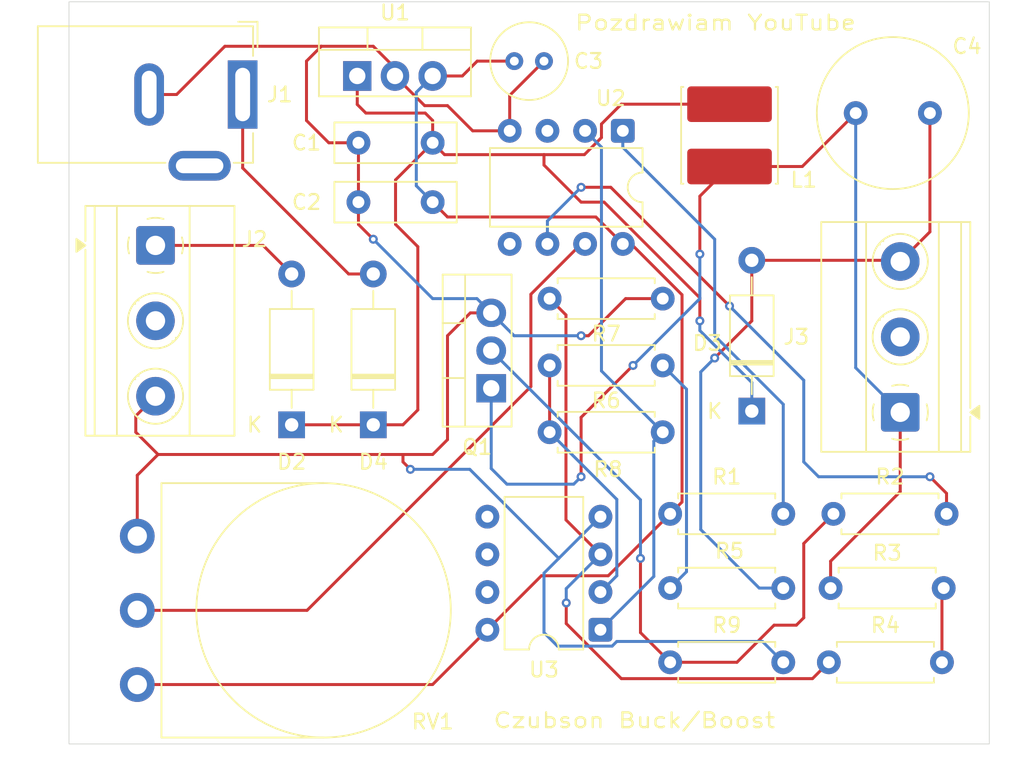
<source format=kicad_pcb>
(kicad_pcb (version 20241229) (generator "pcbnew") (generator_version "9.0")
  (layers (0 "F.Cu" signal) (2 "B.Cu" signal) (13 "F.Paste" user) (15 "B.Paste" user) (5 "F.SilkS" user "F.Silkscreen") (7 "B.SilkS" user "B.Silkscreen") (1 "F.Mask" user) (3 "B.Mask" user) (25 "Edge.Cuts" user))
  (net 0 "")
  (net 1 "12V")
  (net 2 "GND")
  (net 3 "+5V")
  (net 4 "Net-(D3-A)")
  (net 5 "Net-(J3-Pin_1)")
  (net 6 "+12V")
  (net 7 "Net-(D4-A)")
  (net 10 "Net-(Q1-G)")
  (net 11 "Net-(U2-~{RESET}{slash}PB5)")
  (net 12 "Net-(U2-PB1)")
  (net 13 "Net-(R3-Pad2)")
  (net 14 "Net-(U3-VINA+)")
  (net 15 "Net-(R5-Pad2)")
  (net 16 "Net-(U3-VINA-)")
  (net 17 "Net-(U2-XTAL1{slash}PB3)")
  (net 18 "Net-(U2-PB2)")
  (footprint "Diode_THT:D_A-405_P10.16mm_Horizontal" (layer "F.Cu") (at 108 89 90)
    (property "Reference" "D4" (at -2.5 0 180) (layer "F.SilkS"))
    (property "Value" "D")
    (fp_line (start 7.8 -1.47) (end 2.36 -1.47) (stroke (width 0.12)) (layer "F.SilkS"))
    (fp_line (start 3.38 -1.47) (end 3.38 1.47) (stroke (width 0.12)) (layer "F.SilkS"))
    (fp_line (start 3.26 -1.47) (end 3.26 1.47) (stroke (width 0.12)) (layer "F.SilkS"))
    (fp_line (start 3.14 -1.47) (end 3.14 1.47) (stroke (width 0.12)) (layer "F.SilkS"))
    (fp_line (start 2.36 -1.47) (end 2.36 1.47) (stroke (width 0.12)) (layer "F.SilkS"))
    (fp_line (start 9.02 0) (end 7.8 0) (stroke (width 0.12)) (layer "F.SilkS"))
    (fp_line (start 1.14 0) (end 2.36 0) (stroke (width 0.12)) (layer "F.SilkS"))
    (fp_line (start 7.8 1.47) (end 7.8 -1.47) (stroke (width 0.12)) (layer "F.SilkS"))
    (fp_line (start 2.36 1.47) (end 7.8 1.47) (stroke (width 0.12)) (layer "F.SilkS"))
    (fp_text user "K" (at 0 -2.5 180) (layer "F.SilkS"))
    (pad "1" thru_hole rect (at 0 0 90) (size 1.8 1.8) (drill 0.9) (layers "*.Cu" "*.Mask") (net 1 "12V"))
    (pad "2" thru_hole oval (at 10.16 0 90) (size 1.8 1.8) (drill 0.9) (layers "*.Cu" "*.Mask") (net 7 "Net-(D4-A)"))
  )
  (footprint "Diode_THT:D_A-405_P10.16mm_Horizontal" (layer "F.Cu") (at 133.5 88.08 90)
    (property "Reference" "D3" (at 4.58 -3 180) (layer "F.SilkS"))
    (property "Value" "D_Schottky")
    (fp_line (start 7.8 -1.47) (end 2.36 -1.47) (stroke (width 0.12)) (layer "F.SilkS"))
    (fp_line (start 3.38 -1.47) (end 3.38 1.47) (stroke (width 0.12)) (layer "F.SilkS"))
    (fp_line (start 3.26 -1.47) (end 3.26 1.47) (stroke (width 0.12)) (layer "F.SilkS"))
    (fp_line (start 3.14 -1.47) (end 3.14 1.47) (stroke (width 0.12)) (layer "F.SilkS"))
    (fp_line (start 2.36 -1.47) (end 2.36 1.47) (stroke (width 0.12)) (layer "F.SilkS"))
    (fp_line (start 9.02 0) (end 7.8 0) (stroke (width 0.12)) (layer "F.SilkS"))
    (fp_line (start 1.14 0) (end 2.36 0) (stroke (width 0.12)) (layer "F.SilkS"))
    (fp_line (start 7.8 1.47) (end 7.8 -1.47) (stroke (width 0.12)) (layer "F.SilkS"))
    (fp_line (start 2.36 1.47) (end 7.8 1.47) (stroke (width 0.12)) (layer "F.SilkS"))
    (fp_text user "K" (at 0 -2.5 180) (layer "F.SilkS"))
    (pad "1" thru_hole rect (at 0 0 90) (size 1.8 1.8) (drill 0.9) (layers "*.Cu" "*.Mask") (net 1 "12V"))
    (pad "2" thru_hole oval (at 10.16 0 90) (size 1.8 1.8) (drill 0.9) (layers "*.Cu" "*.Mask") (net 4 "Net-(D3-A)"))
  )
  (footprint "Inductor_SMD:L_Cenker_CKCS6045" (layer "F.Cu") (at 132 69.5 -90)
    (property "Reference" "L1" (at 3 -5 180) (layer "F.SilkS"))
    (property "Value" "33uH")
    (fp_line (start -3.26 3.26) (end 3.26 3.26) (stroke (width 0.12)) (layer "F.SilkS"))
    (fp_line (start -3.26 3.26) (end -3.26 3.11) (stroke (width 0.12)) (layer "F.SilkS"))
    (fp_line (start 3.26 3.26) (end 3.26 3.11) (stroke (width 0.12)) (layer "F.SilkS"))
    (fp_line (start -3.26 -3.26) (end -3.26 -3.11) (stroke (width 0.12)) (layer "F.SilkS"))
    (fp_line (start -3.26 -3.26) (end 3.26 -3.26) (stroke (width 0.12)) (layer "F.SilkS"))
    (fp_line (start 3.26 -3.26) (end 3.26 -3.11) (stroke (width 0.12)) (layer "F.SilkS"))
    (pad "1" smd roundrect (at -2.1 0 270) (size 2.4 5.7) (layers "F.Cu" "F.Mask" "F.Paste") (roundrect_rratio 0.104167) (net 1 "12V"))
    (pad "2" smd roundrect (at 2.1 0 270) (size 2.4 5.7) (layers "F.Cu" "F.Mask" "F.Paste") (roundrect_rratio 0.104167) (net 5 "Net-(J3-Pin_1)"))
  )
  (footprint "Capacitor_THT:C_Disc_D8.0mm_W2.5mm_P5.00mm" (layer "F.Cu") (at 112 74 180)
    (property "Reference" "C2" (at 8.5 0 0) (layer "F.SilkS"))
    (property "Value" "100n")
    (fp_line (start 6.62 -1.37) (end 6.62 1.37) (stroke (width 0.12)) (layer "F.SilkS"))
    (fp_line (start -1.62 1.37) (end 6.62 1.37) (stroke (width 0.12)) (layer "F.SilkS"))
    (fp_line (start -1.62 -1.37) (end 6.62 -1.37) (stroke (width 0.12)) (layer "F.SilkS"))
    (fp_line (start -1.62 -1.37) (end -1.62 1.37) (stroke (width 0.12)) (layer "F.SilkS"))
    (pad "1" thru_hole circle (at 0 0 180) (size 1.6 1.6) (drill 0.8) (layers "*.Cu" "*.Mask") (net 3 "+5V"))
    (pad "2" thru_hole circle (at 5 0 180) (size 1.6 1.6) (drill 0.8) (layers "*.Cu" "*.Mask") (net 2 "GND"))
  )
  (footprint "Resistor_THT:R_Axial_DIN0207_L6.3mm_D2.5mm_P7.62mm_Horizontal" (layer "F.Cu") (at 135.62 105 180)
    (property "Reference" "R9" (at 3.81 2.5 0) (layer "F.SilkS"))
    (property "Value" "10k" (hide yes))
    (fp_line (start 7.08 1.37) (end 7.08 1.04) (stroke (width 0.12)) (layer "F.SilkS"))
    (fp_line (start 7.08 -1.37) (end 7.08 -1.04) (stroke (width 0.12)) (layer "F.SilkS"))
    (fp_line (start 0.54 1.37) (end 7.08 1.37) (stroke (width 0.12)) (layer "F.SilkS"))
    (fp_line (start 0.54 1.04) (end 0.54 1.37) (stroke (width 0.12)) (layer "F.SilkS"))
    (fp_line (start 0.54 -1.04) (end 0.54 -1.37) (stroke (width 0.12)) (layer "F.SilkS"))
    (fp_line (start 0.54 -1.37) (end 7.08 -1.37) (stroke (width 0.12)) (layer "F.SilkS"))
    (pad "1" thru_hole circle (at 0 0 180) (size 1.6 1.6) (drill 0.8) (layers "*.Cu" "*.Mask") (net 2 "GND"))
    (pad "2" thru_hole oval (at 7.62 0 180) (size 1.6 1.6) (drill 0.8) (layers "*.Cu" "*.Mask") (net 10 "Net-(Q1-G)"))
  )
  (footprint "Potentiometer_THT:Potentiometer_Omeg_PC16BU_Vertical" (layer "F.Cu") (at 92.1 106.5)
    (property "Reference" "RV1" (at 19.9 2.5 0) (layer "F.SilkS"))
    (property "Value" "100k")
    (fp_line (start 1.63 -13.57) (end 1.63 3.57) (stroke (width 0.12)) (layer "F.SilkS"))
    (fp_line (start 1.63 -13.57) (end 12.55 -13.57) (stroke (width 0.12)) (layer "F.SilkS"))
    (fp_line (start 1.63 3.57) (end 12.55 3.57) (stroke (width 0.12)) (layer "F.SilkS"))
    (fp_circle (center 12.55 -5) (end 21.12 -5) (stroke (width 0.12)) (fill no) (layer "F.SilkS"))
    (pad "1" thru_hole circle (at 0 0) (size 2.34 2.34) (drill 1.3) (layers "*.Cu" "*.Mask") (net 3 "+5V"))
    (pad "2" thru_hole circle (at 0 -5) (size 2.34 2.34) (drill 1.3) (layers "*.Cu" "*.Mask") (net 18 "Net-(U2-PB2)"))
    (pad "3" thru_hole circle (at 0 -10) (size 2.34 2.34) (drill 1.3) (layers "*.Cu" "*.Mask") (net 2 "GND"))
  )
  (footprint "Resistor_THT:R_Axial_DIN0207_L6.3mm_D2.5mm_P7.62mm_Horizontal" (layer "F.Cu") (at 138.81 100)
    (property "Reference" "R3" (at 3.81 -2.37 0) (layer "F.SilkS"))
    (property "Value" "10k")
    (fp_line (start 0.54 -1.37) (end 7.08 -1.37) (stroke (width 0.12)) (layer "F.SilkS"))
    (fp_line (start 0.54 -1.04) (end 0.54 -1.37) (stroke (width 0.12)) (layer "F.SilkS"))
    (fp_line (start 0.54 1.04) (end 0.54 1.37) (stroke (width 0.12)) (layer "F.SilkS"))
    (fp_line (start 0.54 1.37) (end 7.08 1.37) (stroke (width 0.12)) (layer "F.SilkS"))
    (fp_line (start 7.08 -1.37) (end 7.08 -1.04) (stroke (width 0.12)) (layer "F.SilkS"))
    (fp_line (start 7.08 1.37) (end 7.08 1.04) (stroke (width 0.12)) (layer "F.SilkS"))
    (pad "1" thru_hole circle (at 0 0) (size 1.6 1.6) (drill 0.8) (layers "*.Cu" "*.Mask") (net 5 "Net-(J3-Pin_1)"))
    (pad "2" thru_hole oval (at 7.62 0) (size 1.6 1.6) (drill 0.8) (layers "*.Cu" "*.Mask") (net 13 "Net-(R3-Pad2)"))
  )
  (footprint "Resistor_THT:R_Axial_DIN0207_L6.3mm_D2.5mm_P7.62mm_Horizontal" (layer "F.Cu") (at 135.62 95 180)
    (property "Reference" "R1" (at 3.81 2.5 0) (layer "F.SilkS"))
    (property "Value" "10k")
    (fp_line (start 7.08 1.37) (end 7.08 1.04) (stroke (width 0.12)) (layer "F.SilkS"))
    (fp_line (start 7.08 -1.37) (end 7.08 -1.04) (stroke (width 0.12)) (layer "F.SilkS"))
    (fp_line (start 0.54 1.37) (end 7.08 1.37) (stroke (width 0.12)) (layer "F.SilkS"))
    (fp_line (start 0.54 1.04) (end 0.54 1.37) (stroke (width 0.12)) (layer "F.SilkS"))
    (fp_line (start 0.54 -1.04) (end 0.54 -1.37) (stroke (width 0.12)) (layer "F.SilkS"))
    (fp_line (start 0.54 -1.37) (end 7.08 -1.37) (stroke (width 0.12)) (layer "F.SilkS"))
    (pad "1" thru_hole circle (at 0 0 180) (size 1.6 1.6) (drill 0.8) (layers "*.Cu" "*.Mask") (net 11 "Net-(U2-~{RESET}{slash}PB5)"))
    (pad "2" thru_hole oval (at 7.62 0 180) (size 1.6 1.6) (drill 0.8) (layers "*.Cu" "*.Mask") (net 3 "+5V"))
  )
  (footprint "TerminalBlock_Phoenix:TerminalBlock_Phoenix_MKDS-1,5-3-5.08_1x03_P5.08mm_Horizontal" (layer "F.Cu") (at 143.5 88.16 90)
    (property "Reference" "J3" (at 5.08 -7 180) (layer "F.SilkS"))
    (property "Value" "Screw_Terminal_01x03")
    (fp_line (start 12.82 -5.32) (end 12.82 4.72) (stroke (width 0.12)) (layer "F.SilkS"))
    (fp_line (start -2.66 -5.32) (end 12.82 -5.32) (stroke (width 0.12)) (layer "F.SilkS"))
    (fp_line (start -2.66 -5.32) (end -2.66 4.72) (stroke (width 0.12)) (layer "F.SilkS"))
    (fp_line (start -2.66 -2.3) (end 12.82 -2.3) (stroke (width 0.12)) (layer "F.SilkS"))
    (fp_line (start 11.344 -1.411) (end 11.3 -1.367) (stroke (width 0.12)) (layer "F.SilkS"))
    (fp_line (start 6.264 -1.411) (end 6.22 -1.367) (stroke (width 0.12)) (layer "F.SilkS"))
    (fp_line (start 11.571 -1.184) (end 11.527 -1.14) (stroke (width 0.12)) (layer "F.SilkS"))
    (fp_line (start 6.491 -1.184) (end 6.447 -1.14) (stroke (width 0.12)) (layer "F.SilkS"))
    (fp_line (start 8.793 1.14) (end 8.749 1.183) (stroke (width 0.12)) (layer "F.SilkS"))
    (fp_line (start 3.713 1.14) (end 3.669 1.183) (stroke (width 0.12)) (layer "F.SilkS"))
    (fp_line (start 9.02 1.367) (end 8.976 1.41) (stroke (width 0.12)) (layer "F.SilkS"))
    (fp_line (start 3.94 1.367) (end 3.896 1.41) (stroke (width 0.12)) (layer "F.SilkS"))
    (fp_line (start -2.66 2.6) (end 12.82 2.6) (stroke (width 0.12)) (layer "F.SilkS"))
    (fp_line (start -2.66 4.1) (end 12.82 4.1) (stroke (width 0.12)) (layer "F.SilkS"))
    (fp_line (start 0.3 4.72) (end 12.82 4.72) (stroke (width 0.12)) (layer "F.SilkS"))
    (fp_line (start -2.66 4.72) (end -0.3 4.72) (stroke (width 0.12)) (layer "F.SilkS"))
    (fp_arc (start -0.54 -1.78) (mid -0.000355 -1.860107) (end 0.539321 -1.780206) (stroke (width 0.12)) (layer "F.SilkS"))
    (fp_arc (start 1.78 -0.54) (mid 1.860107 -0.000355) (end 1.780206 0.539321) (stroke (width 0.12)) (layer "F.SilkS"))
    (fp_arc (start -1.78 0.54) (mid -1.860107 0.000355) (end -1.780206 -0.539321) (stroke (width 0.12)) (layer "F.SilkS"))
    (fp_arc (start 0.54 1.78) (mid 0.000355 1.860107) (end -0.539321 1.780206) (stroke (width 0.12)) (layer "F.SilkS"))
    (fp_circle (center 10.16 0) (end 12.02 0) (stroke (width 0.12)) (fill no) (layer "F.SilkS"))
    (fp_circle (center 5.08 0) (end 6.94 0) (stroke (width 0.12)) (fill no) (layer "F.SilkS"))
    (fp_poly (pts (xy 0 4.72) (xy 0.44 5.33) (xy -0.44 5.33) (xy 0 4.72)) (stroke (width 0.12)) (fill yes) (layer "F.SilkS"))
    (pad "1" thru_hole roundrect (at 0 0 90) (size 2.6 2.6) (drill 1.3) (layers "*.Cu" "*.Mask") (roundrect_rratio 0.096154) (net 5 "Net-(J3-Pin_1)"))
    (pad "2" thru_hole circle (at 5.08 0 90) (size 2.6 2.6) (drill 1.3) (layers "*.Cu" "*.Mask"))
    (pad "3" thru_hole circle (at 10.16 0 90) (size 2.6 2.6) (drill 1.3) (layers "*.Cu" "*.Mask") (net 4 "Net-(D3-A)"))
  )
  (footprint "Diode_THT:D_A-405_P10.16mm_Horizontal" (layer "F.Cu") (at 102.5 89 90)
    (property "Reference" "D2" (at -2.5 0 180) (layer "F.SilkS"))
    (property "Value" "D" (hide yes))
    (fp_line (start 7.8 -1.47) (end 2.36 -1.47) (stroke (width 0.12)) (layer "F.SilkS"))
    (fp_line (start 3.38 -1.47) (end 3.38 1.47) (stroke (width 0.12)) (layer "F.SilkS"))
    (fp_line (start 3.26 -1.47) (end 3.26 1.47) (stroke (width 0.12)) (layer "F.SilkS"))
    (fp_line (start 3.14 -1.47) (end 3.14 1.47) (stroke (width 0.12)) (layer "F.SilkS"))
    (fp_line (start 2.36 -1.47) (end 2.36 1.47) (stroke (width 0.12)) (layer "F.SilkS"))
    (fp_line (start 9.02 0) (end 7.8 0) (stroke (width 0.12)) (layer "F.SilkS"))
    (fp_line (start 1.14 0) (end 2.36 0) (stroke (width 0.12)) (layer "F.SilkS"))
    (fp_line (start 7.8 1.47) (end 7.8 -1.47) (stroke (width 0.12)) (layer "F.SilkS"))
    (fp_line (start 2.36 1.47) (end 7.8 1.47) (stroke (width 0.12)) (layer "F.SilkS"))
    (fp_text user "K" (at 0 -2.5 180) (layer "F.SilkS"))
    (pad "1" thru_hole rect (at 0 0 90) (size 1.8 1.8) (drill 0.9) (layers "*.Cu" "*.Mask") (net 1 "12V"))
    (pad "2" thru_hole oval (at 10.16 0 90) (size 1.8 1.8) (drill 0.9) (layers "*.Cu" "*.Mask") (net 6 "+12V"))
  )
  (footprint "Package_TO_SOT_THT:TO-220-3_Vertical" (layer "F.Cu") (at 106.92 65.5)
    (property "Reference" "U1" (at 2.54 -4.27 0) (layer "F.SilkS"))
    (property "Value" "L7805")
    (fp_line (start -2.58 -3.27) (end -2.58 1.371) (stroke (width 0.12)) (layer "F.SilkS"))
    (fp_line (start -2.58 -3.27) (end 7.66 -3.27) (stroke (width 0.12)) (layer "F.SilkS"))
    (fp_line (start -2.58 -1.76) (end 7.66 -1.76) (stroke (width 0.12)) (layer "F.SilkS"))
    (fp_line (start -2.58 1.371) (end 7.66 1.371) (stroke (width 0.12)) (layer "F.SilkS"))
    (fp_line (start 0.69 -3.27) (end 0.69 -1.76) (stroke (width 0.12)) (layer "F.SilkS"))
    (fp_line (start 4.391 -3.27) (end 4.391 -1.76) (stroke (width 0.12)) (layer "F.SilkS"))
    (fp_line (start 7.66 -3.27) (end 7.66 1.371) (stroke (width 0.12)) (layer "F.SilkS"))
    (pad "1" thru_hole rect (at 0 0) (size 1.905 2) (drill 1.1) (layers "*.Cu" "*.Mask") (net 1 "12V"))
    (pad "2" thru_hole oval (at 2.54 0) (size 1.905 2) (drill 1.1) (layers "*.Cu" "*.Mask") (net 2 "GND"))
    (pad "3" thru_hole oval (at 5.08 0) (size 1.905 2) (drill 1.1) (layers "*.Cu" "*.Mask") (net 3 "+5V"))
  )
  (footprint "Capacitor_THT:C_Radial_D5.0mm_H7.0mm_P2.00mm" (layer "F.Cu") (at 117.5 64.5)
    (property "Reference" "C3" (at 5 0 180) (layer "F.SilkS"))
    (property "Value" "100u")
    (fp_circle (center 1 0) (end 3.62 0) (stroke (width 0.12)) (fill no) (layer "F.SilkS"))
    (pad "1" thru_hole circle (at 0 0) (size 1.2 1.2) (drill 0.6) (layers "*.Cu" "*.Mask") (net 3 "+5V"))
    (pad "2" thru_hole circle (at 2 0) (size 1.2 1.2) (drill 0.6) (layers "*.Cu" "*.Mask") (net 2 "GND"))
  )
  (footprint "Package_DIP:DIP-8_W7.62mm" (layer "F.Cu") (at 123.305 102.81 180)
    (property "Reference" "U3" (at 3.805 -2.69 0) (layer "F.SilkS"))
    (property "Value" "MCP602-I_P")
    (fp_line (start 6.46 8.95) (end 6.46 -1.33) (stroke (width 0.12)) (layer "F.SilkS"))
    (fp_line (start 6.46 -1.33) (end 4.81 -1.33) (stroke (width 0.12)) (layer "F.SilkS"))
    (fp_line (start 2.81 -1.33) (end 1.16 -1.33) (stroke (width 0.12)) (layer "F.SilkS"))
    (fp_line (start 1.16 8.95) (end 6.46 8.95) (stroke (width 0.12)) (layer "F.SilkS"))
    (fp_line (start 1.16 -1.33) (end 1.16 8.95) (stroke (width 0.12)) (layer "F.SilkS"))
    (fp_arc (start 4.81 -1.33) (mid 3.81 -0.33) (end 2.81 -1.33) (stroke (width 0.12)) (layer "F.SilkS"))
    (pad "1" thru_hole roundrect (at 0 0 180) (size 1.6 1.6) (drill 0.8) (layers "*.Cu" "*.Mask") (roundrect_rratio 0.15625) (net 17 "Net-(U2-XTAL1{slash}PB3)"))
    (pad "2" thru_hole circle (at 0 2.54 180) (size 1.6 1.6) (drill 0.8) (layers "*.Cu" "*.Mask") (net 16 "Net-(U3-VINA-)"))
    (pad "3" thru_hole circle (at 0 5.08 180) (size 1.6 1.6) (drill 0.8) (layers "*.Cu" "*.Mask") (net 14 "Net-(U3-VINA+)"))
    (pad "4" thru_hole circle (at 0 7.62 180) (size 1.6 1.6) (drill 0.8) (layers "*.Cu" "*.Mask") (net 2 "GND"))
    (pad "5" thru_hole circle (at 7.62 7.62 180) (size 1.6 1.6) (drill 0.8) (layers "*.Cu" "*.Mask"))
    (pad "6" thru_hole circle (at 7.62 5.08 180) (size 1.6 1.6) (drill 0.8) (layers "*.Cu" "*.Mask"))
    (pad "7" thru_hole circle (at 7.62 2.54 180) (size 1.6 1.6) (drill 0.8) (layers "*.Cu" "*.Mask"))
    (pad "8" thru_hole circle (at 7.62 0 180) (size 1.6 1.6) (drill 0.8) (layers "*.Cu" "*.Mask") (net 3 "+5V"))
  )
  (footprint "Package_TO_SOT_THT:TO-220-3_Vertical" (layer "F.Cu") (at 115.945 86.54 90)
    (property "Reference" "Q1" (at -3.96 -0.945 180) (layer "F.SilkS"))
    (property "Value" "NMOS")
    (fp_line (start 7.66 -3.27) (end 7.66 1.371) (stroke (width 0.12)) (layer "F.SilkS"))
    (fp_line (start 4.391 -3.27) (end 4.391 -1.76) (stroke (width 0.12)) (layer "F.SilkS"))
    (fp_line (start 0.69 -3.27) (end 0.69 -1.76) (stroke (width 0.12)) (layer "F.SilkS"))
    (fp_line (start -2.58 -3.27) (end 7.66 -3.27) (stroke (width 0.12)) (layer "F.SilkS"))
    (fp_line (start -2.58 -3.27) (end -2.58 1.371) (stroke (width 0.12)) (layer "F.SilkS"))
    (fp_line (start -2.58 -1.76) (end 7.66 -1.76) (stroke (width 0.12)) (layer "F.SilkS"))
    (fp_line (start -2.58 1.371) (end 7.66 1.371) (stroke (width 0.12)) (layer "F.SilkS"))
    (pad "1" thru_hole rect (at 0 0 90) (size 1.905 2) (drill 1.1) (layers "*.Cu" "*.Mask") (net 5 "Net-(J3-Pin_1)"))
    (pad "2" thru_hole oval (at 2.54 0 90) (size 1.905 2) (drill 1.1) (layers "*.Cu" "*.Mask") (net 10 "Net-(Q1-G)"))
    (pad "3" thru_hole oval (at 5.08 0 90) (size 1.905 2) (drill 1.1) (layers "*.Cu" "*.Mask") (net 2 "GND"))
  )
  (footprint "Capacitor_THT:C_Disc_D8.0mm_W2.5mm_P5.00mm" (layer "F.Cu") (at 112 70 180)
    (property "Reference" "C1" (at 8.5 0 0) (layer "F.SilkS"))
    (property "Value" "100n")
    (fp_line (start 6.62 -1.37) (end 6.62 1.37) (stroke (width 0.12)) (layer "F.SilkS"))
    (fp_line (start -1.62 1.37) (end 6.62 1.37) (stroke (width 0.12)) (layer "F.SilkS"))
    (fp_line (start -1.62 -1.37) (end 6.62 -1.37) (stroke (width 0.12)) (layer "F.SilkS"))
    (fp_line (start -1.62 -1.37) (end -1.62 1.37) (stroke (width 0.12)) (layer "F.SilkS"))
    (pad "1" thru_hole circle (at 0 0 180) (size 1.6 1.6) (drill 0.8) (layers "*.Cu" "*.Mask") (net 1 "12V"))
    (pad "2" thru_hole circle (at 5 0 180) (size 1.6 1.6) (drill 0.8) (layers "*.Cu" "*.Mask") (net 2 "GND"))
  )
  (footprint "Package_DIP:DIP-8_W7.62mm" (layer "F.Cu") (at 124.81 69.195 -90)
    (property "Reference" "U2" (at -2.195 0.81 180) (layer "F.SilkS"))
    (property "Value" "ATtiny85-20P")
    (fp_line (start 1.16 8.95) (end 6.46 8.95) (stroke (width 0.12)) (layer "F.SilkS"))
    (fp_line (start 6.46 8.95) (end 6.46 -1.33) (stroke (width 0.12)) (layer "F.SilkS"))
    (fp_line (start 1.16 -1.33) (end 1.16 8.95) (stroke (width 0.12)) (layer "F.SilkS"))
    (fp_line (start 2.81 -1.33) (end 1.16 -1.33) (stroke (width 0.12)) (layer "F.SilkS"))
    (fp_line (start 6.46 -1.33) (end 4.81 -1.33) (stroke (width 0.12)) (layer "F.SilkS"))
    (fp_arc (start 4.81 -1.33) (mid 3.81 -0.33) (end 2.81 -1.33) (stroke (width 0.12)) (layer "F.SilkS"))
    (pad "1" thru_hole roundrect (at 0 0 270) (size 1.6 1.6) (drill 0.8) (layers "*.Cu" "*.Mask") (roundrect_rratio 0.15625) (net 11 "Net-(U2-~{RESET}{slash}PB5)"))
    (pad "2" thru_hole circle (at 0 2.54 270) (size 1.6 1.6) (drill 0.8) (layers "*.Cu" "*.Mask") (net 17 "Net-(U2-XTAL1{slash}PB3)"))
    (pad "3" thru_hole circle (at 0 5.08 270) (size 1.6 1.6) (drill 0.8) (layers "*.Cu" "*.Mask"))
    (pad "4" thru_hole circle (at 0 7.62 270) (size 1.6 1.6) (drill 0.8) (layers "*.Cu" "*.Mask") (net 2 "GND"))
    (pad "5" thru_hole circle (at 7.62 7.62 270) (size 1.6 1.6) (drill 0.8) (layers "*.Cu" "*.Mask"))
    (pad "6" thru_hole circle (at 7.62 5.08 270) (size 1.6 1.6) (drill 0.8) (layers "*.Cu" "*.Mask") (net 12 "Net-(U2-PB1)"))
    (pad "7" thru_hole circle (at 7.62 2.54 270) (size 1.6 1.6) (drill 0.8) (layers "*.Cu" "*.Mask") (net 18 "Net-(U2-PB2)"))
    (pad "8" thru_hole circle (at 7.62 0 270) (size 1.6 1.6) (drill 0.8) (layers "*.Cu" "*.Mask") (net 3 "+5V"))
  )
  (footprint "Resistor_THT:R_Axial_DIN0207_L6.3mm_D2.5mm_P7.62mm_Horizontal" (layer "F.Cu") (at 146.62 95 180)
    (property "Reference" "R2" (at 3.81 2.5 0) (layer "F.SilkS"))
    (property "Value" "47")
    (fp_line (start 7.08 1.37) (end 7.08 1.04) (stroke (width 0.12)) (layer "F.SilkS"))
    (fp_line (start 7.08 -1.37) (end 7.08 -1.04) (stroke (width 0.12)) (layer "F.SilkS"))
    (fp_line (start 0.54 1.37) (end 7.08 1.37) (stroke (width 0.12)) (layer "F.SilkS"))
    (fp_line (start 0.54 1.04) (end 0.54 1.37) (stroke (width 0.12)) (layer "F.SilkS"))
    (fp_line (start 0.54 -1.04) (end 0.54 -1.37) (stroke (width 0.12)) (layer "F.SilkS"))
    (fp_line (start 0.54 -1.37) (end 7.08 -1.37) (stroke (width 0.12)) (layer "F.SilkS"))
    (pad "1" thru_hole circle (at 0 0 180) (size 1.6 1.6) (drill 0.8) (layers "*.Cu" "*.Mask") (net 12 "Net-(U2-PB1)"))
    (pad "2" thru_hole oval (at 7.62 0 180) (size 1.6 1.6) (drill 0.8) (layers "*.Cu" "*.Mask") (net 10 "Net-(Q1-G)"))
  )
  (footprint "Resistor_THT:R_Axial_DIN0207_L6.3mm_D2.5mm_P7.62mm_Horizontal" (layer "F.Cu") (at 146.31 105 180)
    (property "Reference" "R4" (at 3.81 2.5 0) (layer "F.SilkS"))
    (property "Value" "10k")
    (fp_line (start 7.08 1.37) (end 7.08 1.04) (stroke (width 0.12)) (layer "F.SilkS"))
    (fp_line (start 7.08 -1.37) (end 7.08 -1.04) (stroke (width 0.12)) (layer "F.SilkS"))
    (fp_line (start 0.54 1.37) (end 7.08 1.37) (stroke (width 0.12)) (layer "F.SilkS"))
    (fp_line (start 0.54 1.04) (end 0.54 1.37) (stroke (width 0.12)) (layer "F.SilkS"))
    (fp_line (start 0.54 -1.04) (end 0.54 -1.37) (stroke (width 0.12)) (layer "F.SilkS"))
    (fp_line (start 0.54 -1.37) (end 7.08 -1.37) (stroke (width 0.12)) (layer "F.SilkS"))
    (pad "1" thru_hole circle (at 0 0 180) (size 1.6 1.6) (drill 0.8) (layers "*.Cu" "*.Mask") (net 13 "Net-(R3-Pad2)"))
    (pad "2" thru_hole oval (at 7.62 0 180) (size 1.6 1.6) (drill 0.8) (layers "*.Cu" "*.Mask") (net 14 "Net-(U3-VINA+)"))
  )
  (footprint "Connector_BarrelJack:BarrelJack_GCT_DCJ200-10-A_Horizontal" (layer "F.Cu") (at 99.2 66.75 -90)
    (property "Reference" "J1" (at 0 -2.5 0) (layer "F.SilkS"))
    (property "Value" "Jack-DC")
    (fp_line (start -4.6 13.8) (end -4.6 -0.7) (stroke (width 0.12)) (layer "F.SilkS"))
    (fp_line (start 4.6 13.8) (end -4.6 13.8) (stroke (width 0.12)) (layer "F.SilkS"))
    (fp_line (start 4.6 5.2) (end 4.6 13.8) (stroke (width 0.12)) (layer "F.SilkS"))
    (fp_line (start -4.6 -0.7) (end -2.6 -0.7) (stroke (width 0.12)) (layer "F.SilkS"))
    (fp_line (start 2.6 -0.7) (end 4.6 -0.7) (stroke (width 0.12)) (layer "F.SilkS"))
    (fp_line (start 4.6 -0.7) (end 4.6 0.6) (stroke (width 0.12)) (layer "F.SilkS"))
    (fp_line (start -4.9 -1) (end -4.9 0.3) (stroke (width 0.12)) (layer "F.SilkS"))
    (fp_line (start -3.2 -1) (end -4.9 -1) (stroke (width 0.12)) (layer "F.SilkS"))
    (pad "1" thru_hole rect (at 0 0 270) (size 4.6 2) (drill oval 3.6 1) (layers "*.Cu" "*.Mask") (net 7 "Net-(D4-A)"))
    (pad "2" thru_hole oval (at 0 6.3 270) (size 4.2 2) (drill oval 3.2 1) (layers "*.Cu" "*.Mask") (net 2 "GND"))
    (pad "3" thru_hole oval (at 4.8 2.9 270) (size 2 4.2) (drill oval 1 3.2) (layers "*.Cu" "*.Mask"))
  )
  (footprint "Capacitor_THT:C_Radial_D10.0mm_H12.5mm_P5.00mm" (layer "F.Cu") (at 140.5 68)
    (property "Reference" "C4" (at 7.5 -4.5 180) (layer "F.SilkS"))
    (property "Value" "220uF")
    (fp_circle (center 2.5 0) (end 7.62 0) (stroke (width 0.12)) (fill no) (layer "F.SilkS"))
    (pad "1" thru_hole circle (at 0 0) (size 1.6 1.6) (drill 0.8) (layers "*.Cu" "*.Mask") (net 5 "Net-(J3-Pin_1)"))
    (pad "2" thru_hole circle (at 5 0) (size 1.6 1.6) (drill 0.8) (layers "*.Cu" "*.Mask") (net 4 "Net-(D3-A)"))
  )
  (footprint "Resistor_THT:R_Axial_DIN0207_L6.3mm_D2.5mm_P7.62mm_Horizontal" (layer "F.Cu") (at 127.5 89.5 180)
    (property "Reference" "R8" (at 3.69 -2.5 0) (layer "F.SilkS"))
    (property "Value" "4.7k")
    (fp_line (start 7.08 1.37) (end 7.08 1.04) (stroke (width 0.12)) (layer "F.SilkS"))
    (fp_line (start 7.08 -1.37) (end 7.08 -1.04) (stroke (width 0.12)) (layer "F.SilkS"))
    (fp_line (start 0.54 1.37) (end 7.08 1.37) (stroke (width 0.12)) (layer "F.SilkS"))
    (fp_line (start 0.54 1.04) (end 0.54 1.37) (stroke (width 0.12)) (layer "F.SilkS"))
    (fp_line (start 0.54 -1.04) (end 0.54 -1.37) (stroke (width 0.12)) (layer "F.SilkS"))
    (fp_line (start 0.54 -1.37) (end 7.08 -1.37) (stroke (width 0.12)) (layer "F.SilkS"))
    (pad "1" thru_hole circle (at 0 0 180) (size 1.6 1.6) (drill 0.8) (layers "*.Cu" "*.Mask") (net 17 "Net-(U2-XTAL1{slash}PB3)"))
    (pad "2" thru_hole oval (at 7.62 0 180) (size 1.6 1.6) (drill 0.8) (layers "*.Cu" "*.Mask") (net 16 "Net-(U3-VINA-)"))
  )
  (footprint "TerminalBlock_Phoenix:TerminalBlock_Phoenix_MKDS-1,5-3-5.08_1x03_P5.08mm_Horizontal" (layer "F.Cu") (at 93.3275 76.915 -90)
    (property "Reference" "J2" (at -0.415 -6.6725 0) (layer "F.SilkS"))
    (property "Value" "Screw_Terminal_01x03")
    (fp_line (start -2.66 4.72) (end -0.3 4.72) (stroke (width 0.12)) (layer "F.SilkS"))
    (fp_line (start 0.3 4.72) (end 12.82 4.72) (stroke (width 0.12)) (layer "F.SilkS"))
    (fp_line (start -2.66 4.1) (end 12.82 4.1) (stroke (width 0.12)) (layer "F.SilkS"))
    (fp_line (start -2.66 2.6) (end 12.82 2.6) (stroke (width 0.12)) (layer "F.SilkS"))
    (fp_line (start 3.94 1.367) (end 3.896 1.41) (stroke (width 0.12)) (layer "F.SilkS"))
    (fp_line (start 9.02 1.367) (end 8.976 1.41) (stroke (width 0.12)) (layer "F.SilkS"))
    (fp_line (start 3.713 1.14) (end 3.669 1.183) (stroke (width 0.12)) (layer "F.SilkS"))
    (fp_line (start 8.793 1.14) (end 8.749 1.183) (stroke (width 0.12)) (layer "F.SilkS"))
    (fp_line (start 6.491 -1.184) (end 6.447 -1.14) (stroke (width 0.12)) (layer "F.SilkS"))
    (fp_line (start 11.571 -1.184) (end 11.527 -1.14) (stroke (width 0.12)) (layer "F.SilkS"))
    (fp_line (start 6.264 -1.411) (end 6.22 -1.367) (stroke (width 0.12)) (layer "F.SilkS"))
    (fp_line (start 11.344 -1.411) (end 11.3 -1.367) (stroke (width 0.12)) (layer "F.SilkS"))
    (fp_line (start -2.66 -2.3) (end 12.82 -2.3) (stroke (width 0.12)) (layer "F.SilkS"))
    (fp_line (start -2.66 -5.32) (end -2.66 4.72) (stroke (width 0.12)) (layer "F.SilkS"))
    (fp_line (start -2.66 -5.32) (end 12.82 -5.32) (stroke (width 0.12)) (layer "F.SilkS"))
    (fp_line (start 12.82 -5.32) (end 12.82 4.72) (stroke (width 0.12)) (layer "F.SilkS"))
    (fp_arc (start 0.54 1.78) (mid 0.000355 1.860107) (end -0.539321 1.780206) (stroke (width 0.12)) (layer "F.SilkS"))
    (fp_arc (start -1.78 0.54) (mid -1.860107 0.000355) (end -1.780206 -0.539321) (stroke (width 0.12)) (layer "F.SilkS"))
    (fp_arc (start 1.78 -0.54) (mid 1.860107 -0.000355) (end 1.780206 0.539321) (stroke (width 0.12)) (layer "F.SilkS"))
    (fp_arc (start -0.54 -1.78) (mid -0.000355 -1.860107) (end 0.539321 -1.780206) (stroke (width 0.12)) (layer "F.SilkS"))
    (fp_circle (center 5.08 0) (end 6.94 0) (stroke (width 0.12)) (fill no) (layer "F.SilkS"))
    (fp_circle (center 10.16 0) (end 12.02 0) (stroke (width 0.12)) (fill no) (layer "F.SilkS"))
    (fp_poly (pts (xy 0 4.72) (xy 0.44 5.33) (xy -0.44 5.33) (xy 0 4.72)) (stroke (width 0.12)) (fill yes) (layer "F.SilkS"))
    (pad "1" thru_hole roundrect (at 0 0 270) (size 2.6 2.6) (drill 1.3) (layers "*.Cu" "*.Mask") (roundrect_rratio 0.096154) (net 6 "+12V"))
    (pad "2" thru_hole circle (at 5.08 0 270) (size 2.6 2.6) (drill 1.3) (layers "*.Cu" "*.Mask"))
    (pad "3" thru_hole circle (at 10.16 0 270) (size 2.6 2.6) (drill 1.3) (layers "*.Cu" "*.Mask") (net 2 "GND"))
  )
  (footprint "Resistor_THT:R_Axial_DIN0207_L6.3mm_D2.5mm_P7.62mm_Horizontal" (layer "F.Cu") (at 135.62 100 180)
    (property "Reference" "R5" (at 3.62 2.5 0) (layer "F.SilkS"))
    (property "Value" "10k")
    (fp_line (start 7.08 1.37) (end 7.08 1.04) (stroke (width 0.12)) (layer "F.SilkS"))
    (fp_line (start 7.08 -1.37) (end 7.08 -1.04) (stroke (width 0.12)) (layer "F.SilkS"))
    (fp_line (start 0.54 1.37) (end 7.08 1.37) (stroke (width 0.12)) (layer "F.SilkS"))
    (fp_line (start 0.54 1.04) (end 0.54 1.37) (stroke (width 0.12)) (layer "F.SilkS"))
    (fp_line (start 0.54 -1.04) (end 0.54 -1.37) (stroke (width 0.12)) (layer "F.SilkS"))
    (fp_line (start 0.54 -1.37) (end 7.08 -1.37) (stroke (width 0.12)) (layer "F.SilkS"))
    (pad "1" thru_hole circle (at 0 0 180) (size 1.6 1.6) (drill 0.8) (layers "*.Cu" "*.Mask") (net 4 "Net-(D3-A)"))
    (pad "2" thru_hole oval (at 7.62 0 180) (size 1.6 1.6) (drill 0.8) (layers "*.Cu" "*.Mask") (net 15 "Net-(R5-Pad2)"))
  )
  (footprint "Resistor_THT:R_Axial_DIN0207_L6.3mm_D2.5mm_P7.62mm_Horizontal" (layer "F.Cu") (at 127.5 85 180)
    (property "Reference" "R6" (at 3.81 -2.37 0) (layer "F.SilkS"))
    (property "Value" "10k")
    (fp_line (start 7.08 1.37) (end 7.08 1.04) (stroke (width 0.12)) (layer "F.SilkS"))
    (fp_line (start 7.08 -1.37) (end 7.08 -1.04) (stroke (width 0.12)) (layer "F.SilkS"))
    (fp_line (start 0.54 1.37) (end 7.08 1.37) (stroke (width 0.12)) (layer "F.SilkS"))
    (fp_line (start 0.54 1.04) (end 0.54 1.37) (stroke (width 0.12)) (layer "F.SilkS"))
    (fp_line (start 0.54 -1.04) (end 0.54 -1.37) (stroke (width 0.12)) (layer "F.SilkS"))
    (fp_line (start 0.54 -1.37) (end 7.08 -1.37) (stroke (width 0.12)) (layer "F.SilkS"))
    (pad "1" thru_hole circle (at 0 0 180) (size 1.6 1.6) (drill 0.8) (layers "*.Cu" "*.Mask") (net 15 "Net-(R5-Pad2)"))
    (pad "2" thru_hole oval (at 7.62 0 180) (size 1.6 1.6) (drill 0.8) (layers "*.Cu" "*.Mask") (net 16 "Net-(U3-VINA-)"))
  )
  (footprint "Resistor_THT:R_Axial_DIN0207_L6.3mm_D2.5mm_P7.62mm_Horizontal" (layer "F.Cu") (at 127.5 80.5 180)
    (property "Reference" "R7" (at 3.81 -2.37 0) (layer "F.SilkS"))
    (property "Value" "4.7k")
    (fp_line (start 7.08 1.37) (end 7.08 1.04) (stroke (width 0.12)) (layer "F.SilkS"))
    (fp_line (start 7.08 -1.37) (end 7.08 -1.04) (stroke (width 0.12)) (layer "F.SilkS"))
    (fp_line (start 0.54 1.37) (end 7.08 1.37) (stroke (width 0.12)) (layer "F.SilkS"))
    (fp_line (start 0.54 1.04) (end 0.54 1.37) (stroke (width 0.12)) (layer "F.SilkS"))
    (fp_line (start 0.54 -1.04) (end 0.54 -1.37) (stroke (width 0.12)) (layer "F.SilkS"))
    (fp_line (start 0.54 -1.37) (end 7.08 -1.37) (stroke (width 0.12)) (layer "F.SilkS"))
    (pad "1" thru_hole circle (at 0 0 180) (size 1.6 1.6) (drill 0.8) (layers "*.Cu" "*.Mask") (net 2 "GND"))
    (pad "2" thru_hole oval (at 7.62 0 180) (size 1.6 1.6) (drill 0.8) (layers "*.Cu" "*.Mask") (net 14 "Net-(U3-VINA+)"))
  )
  (gr_rect (start 87.5 60.5) (end 149.5 110.5) (stroke (width 0.05)) (fill no) (layer "Edge.Cuts"))
  (gr_text "Pozdrawiam YouTube\n" (at 121.5 62.5 0) (layer "F.SilkS") (effects (font (size 1 1.2)) (justify left bottom)))
  (gr_text "Czubson Buck/Boost" (at 116 109.5 0) (layer "F.SilkS") (effects (font (size 1 1.2)) (justify left bottom)))
  (segment (start 111.5 68) (end 107.5 68) (width 0.2) (layer "F.Cu") (net 1))
  (segment (start 111 88) (end 111 77) (width 0.2) (layer "F.Cu") (net 1))
  (segment (start 119.5 71.5) (end 119.5 70.799999) (width 0.2) (layer "F.Cu") (net 1))
  (segment (start 122.222051 70.799999) (end 119.5 70.799999) (width 0.2) (layer "F.Cu") (net 1))
  (segment (start 123.371 68.73895) (end 123.371 69.65105) (width 0.2) (layer "F.Cu") (net 1))
  (segment (start 108 89) (end 102.5 89) (width 0.2) (layer "F.Cu") (net 1))
  (segment (start 123.371 69.65105) (end 122.222051 70.799999) (width 0.2) (layer "F.Cu") (net 1))
  (segment (start 109.5 72.5) (end 112 70) (width 0.2) (layer "F.Cu") (net 1))
  (segment (start 124.70995 67.4) (end 123.371 68.73895) (width 0.2) (layer "F.Cu") (net 1))
  (segment (start 110 89) (end 111 88) (width 0.2) (layer "F.Cu") (net 1))
  (segment (start 112 68.5) (end 111.5 68) (width 0.2) (layer "F.Cu") (net 1))
  (segment (start 108 89) (end 110 89) (width 0.2) (layer "F.Cu") (net 1))
  (segment (start 112.799999 70.799999) (end 112 70) (width 0.2) (layer "F.Cu") (net 1))
  (segment (start 107.5 68) (end 106.92 67.42) (width 0.2) (layer "F.Cu") (net 1))
  (segment (start 132 67.4) (end 124.70995 67.4) (width 0.2) (layer "F.Cu") (net 1))
  (segment (start 109.5 75.5) (end 109.5 72.5) (width 0.2) (layer "F.Cu") (net 1))
  (segment (start 130 80.44795) (end 123.55205 74) (width 0.2) (layer "F.Cu") (net 1))
  (segment (start 122 74) (end 119.5 71.5) (width 0.2) (layer "F.Cu") (net 1))
  (segment (start 123.55205 74) (end 122 74) (width 0.2) (layer "F.Cu") (net 1))
  (segment (start 130 82) (end 130 80.44795) (width 0.2) (layer "F.Cu") (net 1))
  (segment (start 106.92 67.42) (end 106.92 65.5) (width 0.2) (layer "F.Cu") (net 1))
  (segment (start 111 77) (end 109.5 75.5) (width 0.2) (layer "F.Cu") (net 1))
  (segment (start 112 70) (end 112 68.5) (width 0.2) (layer "F.Cu") (net 1))
  (segment (start 119.5 70.799999) (end 112.799999 70.799999) (width 0.2) (layer "F.Cu") (net 1))
  (via (at 130 82) (size 0.6) (drill 0.3) (layers "F.Cu" "B.Cu") (net 1))
  (segment (start 133.5 86.150057) (end 130 82.650057) (width 0.2) (layer "B.Cu") (net 1))
  (segment (start 133.5 88.08) (end 133.5 86.150057) (width 0.2) (layer "B.Cu") (net 1))
  (segment (start 130 82.650057) (end 130 82) (width 0.2) (layer "B.Cu") (net 1))
  (segment (start 107 75.5) (end 108 76.5) (width 0.2) (layer "F.Cu") (net 2))
  (segment (start 107 74) (end 107 70) (width 0.2) (layer "F.Cu") (net 2))
  (segment (start 117.19 69.195) (end 114.695 69.195) (width 0.2) (layer "F.Cu") (net 2))
  (segment (start 114.54 81.46) (end 115.945 81.46) (width 0.2) (layer "F.Cu") (net 2))
  (segment (start 114.695 69.195) (end 113 67.5) (width 0.2) (layer "F.Cu") (net 2))
  (segment (start 92.9 66.75) (end 94.75 66.75) (width 0.2) (layer "F.Cu") (net 2))
  (segment (start 92.1 92.4) (end 93.5 91) (width 0.2) (layer "F.Cu") (net 2))
  (segment (start 93.5 91) (end 110 91) (width 0.2) (layer "F.Cu") (net 2))
  (segment (start 107 70) (end 105 70) (width 0.2) (layer "F.Cu") (net 2))
  (segment (start 117.19 69.195) (end 117.19 66.81) (width 0.2) (layer "F.Cu") (net 2))
  (segment (start 104.5 63.5) (end 108 63.5) (width 0.2) (layer "F.Cu") (net 2))
  (segment (start 103.5 64.5) (end 104.5 63.5) (width 0.2) (layer "F.Cu") (net 2))
  (segment (start 94.75 66.75) (end 98 63.5) (width 0.2) (layer "F.Cu") (net 2))
  (segment (start 108 63.5) (end 109.46 64.96) (width 0.2) (layer "F.Cu") (net 2))
  (segment (start 92.1 96.5) (end 92.1 92.4) (width 0.2) (layer "F.Cu") (net 2))
  (segment (start 110 91.5) (end 110 91) (width 0.2) (layer "F.Cu") (net 2))
  (segment (start 103.5 68.5) (end 103.5 64.5) (width 0.2) (layer "F.Cu") (net 2))
  (segment (start 111.46 67.5) (end 109.46 65.5) (width 0.2) (layer "F.Cu") (net 2))
  (segment (start 92 89.5) (end 92 88.4025) (width 0.2) (layer "F.Cu") (net 2))
  (segment (start 122 83) (end 122.5 83) (width 0.2) (layer "F.Cu") (net 2))
  (segment (start 109.46 64.96) (end 109.46 65.5) (width 0.2) (layer "F.Cu") (net 2))
  (segment (start 117.19 66.81) (end 119.5 64.5) (width 0.2) (layer "F.Cu") (net 2))
  (segment (start 113 83) (end 114.54 81.46) (width 0.2) (layer "F.Cu") (net 2))
  (segment (start 113 90) (end 113 83) (width 0.2) (layer "F.Cu") (net 2))
  (segment (start 93.5 91) (end 92 89.5) (width 0.2) (layer "F.Cu") (net 2))
  (segment (start 107 74) (end 107 75.5) (width 0.2) (layer "F.Cu") (net 2))
  (segment (start 125 80.5) (end 127.5 80.5) (width 0.2) (layer "F.Cu") (net 2))
  (segment (start 110 91) (end 112 91) (width 0.2) (layer "F.Cu") (net 2))
  (segment (start 113 67.5) (end 111.46 67.5) (width 0.2) (layer "F.Cu") (net 2))
  (segment (start 112 91) (end 113 90) (width 0.2) (layer "F.Cu") (net 2))
  (segment (start 122.5 83) (end 125 80.5) (width 0.2) (layer "F.Cu") (net 2))
  (segment (start 92 88.4025) (end 93.3275 87.075) (width 0.2) (layer "F.Cu") (net 2))
  (segment (start 110.5 92) (end 110 91.5) (width 0.2) (layer "F.Cu") (net 2))
  (segment (start 98 63.5) (end 104.5 63.5) (width 0.2) (layer "F.Cu") (net 2))
  (segment (start 105 70) (end 103.5 68.5) (width 0.2) (layer "F.Cu") (net 2))
  (via (at 122 83) (size 0.6) (drill 0.3) (layers "F.Cu" "B.Cu") (net 2))
  (via (at 110.5 92) (size 0.6) (drill 0.3) (layers "F.Cu" "B.Cu") (net 2))
  (via (at 108 76.5) (size 0.6) (drill 0.3) (layers "F.Cu" "B.Cu") (net 2))
  (segment (start 117.485 83) (end 122 83) (width 0.2) (layer "B.Cu") (net 2))
  (segment (start 120.4975 97.9975) (end 114.5 92) (width 0.2) (layer "B.Cu") (net 2))
  (segment (start 124.09016 103.911) (end 120.411 103.911) (width 0.2) (layer "B.Cu") (net 2))
  (segment (start 115.945 81.46) (end 117.485 83) (width 0.2) (layer "B.Cu") (net 2))
  (segment (start 120.4975 97.9975) (end 123.305 95.19) (width 0.2) (layer "B.Cu") (net 2))
  (segment (start 134.21516 103.59516) (end 124.406 103.59516) (width 0.2) (layer "B.Cu") (net 2))
  (segment (start 135.62 105) (end 134.21516 103.59516) (width 0.2) (layer "B.Cu") (net 2))
  (segment (start 112 80.5) (end 114.985 80.5) (width 0.2) (layer "B.Cu") (net 2))
  (segment (start 119.5 103) (end 119.5 98.995) (width 0.2) (layer "B.Cu") (net 2))
  (segment (start 119.5 98.995) (end 120.4975 97.9975) (width 0.2) (layer "B.Cu") (net 2))
  (segment (start 114.5 92) (end 110.5 92) (width 0.2) (layer "B.Cu") (net 2))
  (segment (start 114.985 80.5) (end 115.945 81.46) (width 0.2) (layer "B.Cu") (net 2))
  (segment (start 120.411 103.911) (end 119.5 103) (width 0.2) (layer "B.Cu") (net 2))
  (segment (start 108 76.5) (end 112 80.5) (width 0.2) (layer "B.Cu") (net 2))
  (segment (start 124.406 103.59516) (end 124.09016 103.911) (width 0.2) (layer "B.Cu") (net 2))
  (segment (start 114 65.5) (end 115 64.5) (width 0.2) (layer "F.Cu") (net 3))
  (segment (start 125.37205 76.815) (end 124.81 76.815) (width 0.2) (layer "F.Cu") (net 3))
  (segment (start 111.995 106.5) (end 115.685 102.81) (width 0.2) (layer "F.Cu") (net 3))
  (segment (start 128 95) (end 128.799999 94.200001) (width 0.2) (layer "F.Cu") (net 3))
  (segment (start 128.799999 80.242949) (end 125.37205 76.815) (width 0.2) (layer "F.Cu") (net 3))
  (segment (start 128 95) (end 123.831 99.169) (width 0.2) (layer "F.Cu") (net 3))
  (segment (start 113 75) (end 122.995 75) (width 0.2) (layer "F.Cu") (net 3))
  (segment (start 112 74) (end 113 75) (width 0.2) (layer "F.Cu") (net 3))
  (segment (start 115 64.5) (end 117.5 64.5) (width 0.2) (layer "F.Cu") (net 3))
  (segment (start 123.831 99.169) (end 119.326 99.169) (width 0.2) (layer "F.Cu") (net 3))
  (segment (start 119.326 99.169) (end 115.685 102.81) (width 0.2) (layer "F.Cu") (net 3))
  (segment (start 122.995 75) (end 124.81 76.815) (width 0.2) (layer "F.Cu") (net 3))
  (segment (start 128.799999 94.200001) (end 128.799999 80.242949) (width 0.2) (layer "F.Cu") (net 3))
  (segment (start 112 65.5) (end 114 65.5) (width 0.2) (layer "F.Cu") (net 3))
  (segment (start 92.1 106.5) (end 111.995 106.5) (width 0.2) (layer "F.Cu") (net 3))
  (segment (start 110.899 72.899) (end 110.899 66.601) (width 0.2) (layer "B.Cu") (net 3))
  (segment (start 110.899 66.601) (end 112 65.5) (width 0.2) (layer "B.Cu") (net 3))
  (segment (start 112 74) (end 110.899 72.899) (width 0.2) (layer "B.Cu") (net 3))
  (segment (start 143.42 77.92) (end 143.5 78) (width 0.2) (layer "F.Cu") (net 4))
  (segment (start 145.5 76) (end 145.5 68) (width 0.2) (layer "F.Cu") (net 4))
  (segment (start 133.5 82) (end 133.5 77.92) (width 0.2) (layer "F.Cu") (net 4))
  (segment (start 133.5 77.92) (end 143.42 77.92) (width 0.2) (layer "F.Cu") (net 4))
  (segment (start 131 84.5) (end 133.5 82) (width 0.2) (layer "F.Cu") (net 4))
  (segment (start 143.5 78) (end 145.5 76) (width 0.2) (layer "F.Cu") (net 4))
  (via (at 131 84.5) (size 0.6) (drill 0.3) (layers "F.Cu" "B.Cu") (net 4))
  (segment (start 130.06 96.06) (end 130.06 85.44) (width 0.2) (layer "B.Cu") (net 4))
  (segment (start 130.06 85.44) (end 131 84.5) (width 0.2) (layer "B.Cu") (net 4))
  (segment (start 135.62 100) (end 134 100) (width 0.2) (layer "B.Cu") (net 4))
  (segment (start 134 100) (end 130.06 96.06) (width 0.2) (layer "B.Cu") (net 4))
  (segment (start 122 92) (end 122 92.5) (width 0.2) (layer "F.Cu") (net 5))
  (segment (start 125.5 85) (end 123.5 87) (width 0.2) (layer "F.Cu") (net 5))
  (segment (start 138.81 98.19) (end 138.81 100) (width 0.2) (layer "F.Cu") (net 5))
  (segment (start 132 71.6) (end 130 73.6) (width 0.2) (layer "F.Cu") (net 5))
  (segment (start 130 73.6) (end 130 77.5) (width 0.2) (layer "F.Cu") (net 5))
  (segment (start 132 71.6) (end 136.9 71.6) (width 0.2) (layer "F.Cu") (net 5))
  (segment (start 143.5 93.5) (end 138.81 98.19) (width 0.2) (layer "F.Cu") (net 5))
  (segment (start 123.5 87) (end 122 88.5) (width 0.2) (layer "F.Cu") (net 5))
  (segment (start 122 88.5) (end 122 92) (width 0.2) (layer "F.Cu") (net 5))
  (segment (start 143.5 88.16) (end 143.5 93.5) (width 0.2) (layer "F.Cu") (net 5))
  (segment (start 136.9 71.6) (end 140.5 68) (width 0.2) (layer "F.Cu") (net 5))
  (via (at 125.5 85) (size 0.6) (drill 0.3) (layers "F.Cu" "B.Cu") (net 5))
  (via (at 122 92.5) (size 0.6) (drill 0.3) (layers "F.Cu" "B.Cu") (net 5))
  (via (at 130 77.5) (size 0.6) (drill 0.3) (layers "F.Cu" "B.Cu") (net 5))
  (segment (start 130 77.5) (end 130 80.5) (width 0.2) (layer "B.Cu") (net 5))
  (segment (start 140.5 85.16) (end 140.5 68) (width 0.2) (layer "B.Cu") (net 5))
  (segment (start 130 80.5) (end 125.5 85) (width 0.2) (layer "B.Cu") (net 5))
  (segment (start 121.5 93) (end 117 93) (width 0.2) (layer "B.Cu") (net 5))
  (segment (start 143.5 88.16) (end 140.5 85.16) (width 0.2) (layer "B.Cu") (net 5))
  (segment (start 122 92.5) (end 121.5 93) (width 0.2) (layer "B.Cu") (net 5))
  (segment (start 115.945 91.945) (end 115.945 86.54) (width 0.2) (layer "B.Cu") (net 5))
  (segment (start 117 93) (end 115.945 91.945) (width 0.2) (layer "B.Cu") (net 5))
  (segment (start 93.3275 76.915) (end 100.575 76.915) (width 0.2) (layer "F.Cu") (net 6))
  (segment (start 100.575 76.915) (end 102.5 78.84) (width 0.2) (layer "F.Cu") (net 6))
  (segment (start 106.34 78.84) (end 108 78.84) (width 0.2) (layer "F.Cu") (net 7))
  (segment (start 99.2 66.75) (end 99.2 71.7) (width 0.2) (layer "F.Cu") (net 7))
  (segment (start 99.2 71.7) (end 106.34 78.84) (width 0.2) (layer "F.Cu") (net 7))
  (segment (start 132.5 105) (end 135 102.5) (width 0.2) (layer "F.Cu") (net 10))
  (segment (start 137 102) (end 137 97) (width 0.2) (layer "F.Cu") (net 10))
  (segment (start 137 97) (end 139 95) (width 0.2) (layer "F.Cu") (net 10))
  (segment (start 135 102.5) (end 136.5 102.5) (width 0.2) (layer "F.Cu") (net 10))
  (segment (start 136.5 102.5) (end 137 102) (width 0.2) (layer "F.Cu") (net 10))
  (segment (start 126 103) (end 126 98) (width 0.2) (layer "F.Cu") (net 10))
  (segment (start 128 105) (end 126 103) (width 0.2) (layer "F.Cu") (net 10))
  (segment (start 128 105) (end 132.5 105) (width 0.2) (layer "F.Cu") (net 10))
  (via (at 126 98) (size 0.6) (drill 0.3) (layers "F.Cu" "B.Cu") (net 10))
  (segment (start 126 98) (end 126 94.055) (width 0.2) (layer "B.Cu") (net 10))
  (segment (start 126 94.055) (end 115.945 84) (width 0.2) (layer "B.Cu") (net 10))
  (segment (start 124.81 69.195) (end 124.81 70.31) (width 0.2) (layer "B.Cu") (net 11))
  (segment (start 131 83) (end 135.62 87.62) (width 0.2) (layer "B.Cu") (net 11))
  (segment (start 135.62 87.62) (end 135.62 95) (width 0.2) (layer "B.Cu") (net 11))
  (segment (start 131 76.5) (end 131 83) (width 0.2) (layer "B.Cu") (net 11))
  (segment (start 124.81 70.31) (end 131 76.5) (width 0.2) (layer "B.Cu") (net 11))
  (segment (start 132 81) (end 124 73) (width 0.2) (layer "F.Cu") (net 12))
  (segment (start 146.62 95) (end 146.62 93.62) (width 0.2) (layer "F.Cu") (net 12))
  (segment (start 124 73) (end 122 73) (width 0.2) (layer "F.Cu") (net 12))
  (segment (start 146.62 93.62) (end 145.5 92.5) (width 0.2) (layer "F.Cu") (net 12))
  (via (at 132 81) (size 0.6) (drill 0.3) (layers "F.Cu" "B.Cu") (net 12))
  (via (at 122 73) (size 0.6) (drill 0.3) (layers "F.Cu" "B.Cu") (net 12))
  (via (at 145.5 92.5) (size 0.6) (drill 0.3) (layers "F.Cu" "B.Cu") (net 12))
  (segment (start 119.73 75.27) (end 119.73 76.815) (width 0.2) (layer "B.Cu") (net 12))
  (segment (start 137 91.5) (end 137 86) (width 0.2) (layer "B.Cu") (net 12))
  (segment (start 122 73) (end 119.73 75.27) (width 0.2) (layer "B.Cu") (net 12))
  (segment (start 137 86) (end 132 81) (width 0.2) (layer "B.Cu") (net 12))
  (segment (start 138 92.5) (end 137 91.5) (width 0.2) (layer "B.Cu") (net 12))
  (segment (start 138 92.5) (end 145.5 92.5) (width 0.2) (layer "B.Cu") (net 12))
  (segment (start 146.31 100.12) (end 146.43 100) (width 0.2) (layer "F.Cu") (net 13))
  (segment (start 146.31 105) (end 146.31 100.12) (width 0.2) (layer "F.Cu") (net 13))
  (segment (start 119.88 80.5) (end 120.981 81.601) (width 0.2) (layer "F.Cu") (net 14))
  (segment (start 120.981 95.406) (end 123.305 97.73) (width 0.2) (layer "F.Cu") (net 14))
  (segment (start 138.69 105) (end 137.589 106.101) (width 0.2) (layer "F.Cu") (net 14))
  (segment (start 120.981 81.601) (end 120.981 95.406) (width 0.2) (layer "F.Cu") (net 14))
  (segment (start 137.589 106.101) (end 124.70984 106.101) (width 0.2) (layer "F.Cu") (net 14))
  (segment (start 124.70984 106.101) (end 121 102.39116) (width 0.2) (layer "F.Cu") (net 14))
  (segment (start 121 102.39116) (end 121 101) (width 0.2) (layer "F.Cu") (net 14))
  (via (at 121 101) (size 0.6) (drill 0.3) (layers "F.Cu" "B.Cu") (net 14))
  (segment (start 121 100.035) (end 123.305 97.73) (width 0.2) (layer "B.Cu") (net 14))
  (segment (start 121 101) (end 121 100.035) (width 0.2) (layer "B.Cu") (net 14))
  (segment (start 129.101 98.899) (end 129.101 86.601) (width 0.2) (layer "B.Cu") (net 15))
  (segment (start 128 100) (end 129.101 98.899) (width 0.2) (layer "B.Cu") (net 15))
  (segment (start 129.101 86.601) (end 127.5 85) (width 0.2) (layer "B.Cu") (net 15))
  (segment (start 119.88 85) (end 119.88 89.5) (width 0.2) (layer "F.Cu") (net 16))
  (segment (start 124.406 94.026) (end 124.406 99.169) (width 0.2) (layer "B.Cu") (net 16))
  (segment (start 124.406 99.169) (end 123.305 100.27) (width 0.2) (layer "B.Cu") (net 16))
  (segment (start 119.88 89.5) (end 124.406 94.026) (width 0.2) (layer "B.Cu") (net 16))
  (segment (start 126.899 90.101) (end 127.5 89.5) (width 0.2) (layer "B.Cu") (net 17))
  (segment (start 123.371 70.296) (end 123.371 85.371) (width 0.2) (layer "B.Cu") (net 17))
  (segment (start 122.27 69.195) (end 123.371 70.296) (width 0.2) (layer "B.Cu") (net 17))
  (segment (start 126.899 99.216) (end 126.899 90.101) (width 0.2) (layer "B.Cu") (net 17))
  (segment (start 123.305 102.81) (end 126.899 99.216) (width 0.2) (layer "B.Cu") (net 17))
  (segment (start 123.371 85.371) (end 127.5 89.5) (width 0.2) (layer "B.Cu") (net 17))
  (segment (start 103.5395 101.5) (end 92.1 101.5) (width 0.2) (layer "F.Cu") (net 18))
  (segment (start 118.61645 86.42305) (end 103.5395 101.5) (width 0.2) (layer "F.Cu") (net 18))
  (segment (start 122.00795 76.815) (end 118.61645 80.2065) (width 0.2) (layer "F.Cu") (net 18))
  (segment (start 118.61645 80.2065) (end 118.61645 86.42305) (width 0.2) (layer "F.Cu") (net 18))
  (segment (start 122.27 76.815) (end 122.00795 76.815) (width 0.2) (layer "F.Cu") (net 18))
)
</source>
